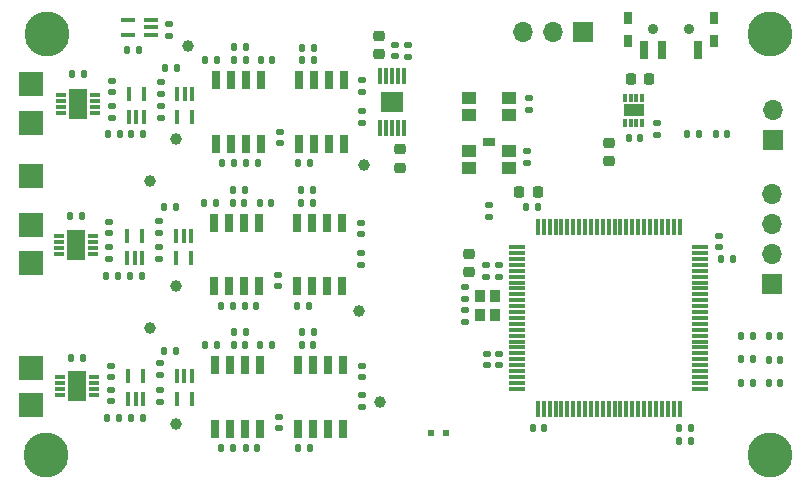
<source format=gbr>
%TF.GenerationSoftware,KiCad,Pcbnew,8.0.9-8.0.9-0~ubuntu24.04.1*%
%TF.CreationDate,2025-08-03T01:57:10-03:00*%
%TF.ProjectId,eeg,6565672e-6b69-4636-9164-5f7063625858,rev?*%
%TF.SameCoordinates,Original*%
%TF.FileFunction,Soldermask,Top*%
%TF.FilePolarity,Negative*%
%FSLAX46Y46*%
G04 Gerber Fmt 4.6, Leading zero omitted, Abs format (unit mm)*
G04 Created by KiCad (PCBNEW 8.0.9-8.0.9-0~ubuntu24.04.1) date 2025-08-03 01:57:10*
%MOMM*%
%LPD*%
G01*
G04 APERTURE LIST*
G04 Aperture macros list*
%AMRoundRect*
0 Rectangle with rounded corners*
0 $1 Rounding radius*
0 $2 $3 $4 $5 $6 $7 $8 $9 X,Y pos of 4 corners*
0 Add a 4 corners polygon primitive as box body*
4,1,4,$2,$3,$4,$5,$6,$7,$8,$9,$2,$3,0*
0 Add four circle primitives for the rounded corners*
1,1,$1+$1,$2,$3*
1,1,$1+$1,$4,$5*
1,1,$1+$1,$6,$7*
1,1,$1+$1,$8,$9*
0 Add four rect primitives between the rounded corners*
20,1,$1+$1,$2,$3,$4,$5,0*
20,1,$1+$1,$4,$5,$6,$7,0*
20,1,$1+$1,$6,$7,$8,$9,0*
20,1,$1+$1,$8,$9,$2,$3,0*%
G04 Aperture macros list end*
%ADD10RoundRect,0.225000X-0.250000X0.225000X-0.250000X-0.225000X0.250000X-0.225000X0.250000X0.225000X0*%
%ADD11R,1.200000X0.400000*%
%ADD12RoundRect,0.135000X-0.135000X-0.185000X0.135000X-0.185000X0.135000X0.185000X-0.135000X0.185000X0*%
%ADD13R,0.550000X0.600000*%
%ADD14RoundRect,0.140000X-0.140000X-0.170000X0.140000X-0.170000X0.140000X0.170000X-0.140000X0.170000X0*%
%ADD15RoundRect,0.135000X0.135000X0.185000X-0.135000X0.185000X-0.135000X-0.185000X0.135000X-0.185000X0*%
%ADD16RoundRect,0.135000X0.185000X-0.135000X0.185000X0.135000X-0.185000X0.135000X-0.185000X-0.135000X0*%
%ADD17RoundRect,0.135000X-0.185000X0.135000X-0.185000X-0.135000X0.185000X-0.135000X0.185000X0.135000X0*%
%ADD18R,2.000000X2.000000*%
%ADD19RoundRect,0.140000X-0.170000X0.140000X-0.170000X-0.140000X0.170000X-0.140000X0.170000X0.140000X0*%
%ADD20RoundRect,0.147500X0.147500X0.172500X-0.147500X0.172500X-0.147500X-0.172500X0.147500X-0.172500X0*%
%ADD21RoundRect,0.140000X0.170000X-0.140000X0.170000X0.140000X-0.170000X0.140000X-0.170000X-0.140000X0*%
%ADD22RoundRect,0.140000X0.140000X0.170000X-0.140000X0.170000X-0.140000X-0.170000X0.140000X-0.170000X0*%
%ADD23C,1.000000*%
%ADD24R,0.650000X1.500000*%
%ADD25C,0.900000*%
%ADD26R,0.700000X1.500000*%
%ADD27R,0.800000X1.000000*%
%ADD28C,3.800000*%
%ADD29R,1.700000X1.700000*%
%ADD30O,1.700000X1.700000*%
%ADD31R,1.150000X1.050000*%
%ADD32R,0.400000X1.200000*%
%ADD33RoundRect,0.225000X0.250000X-0.225000X0.250000X0.225000X-0.250000X0.225000X-0.250000X-0.225000X0*%
%ADD34RoundRect,0.225000X0.225000X0.250000X-0.225000X0.250000X-0.225000X-0.250000X0.225000X-0.250000X0*%
%ADD35R,1.475000X0.300000*%
%ADD36R,0.300000X1.475000*%
%ADD37R,0.900000X0.300000*%
%ADD38R,1.550000X2.500000*%
%ADD39R,0.900000X1.000000*%
%ADD40R,0.300000X0.700000*%
%ADD41R,1.700000X1.000000*%
%ADD42RoundRect,0.225000X-0.225000X-0.250000X0.225000X-0.250000X0.225000X0.250000X-0.225000X0.250000X0*%
%ADD43R,1.100000X0.700000*%
%ADD44R,0.300000X1.425000*%
%ADD45R,1.880000X1.680000*%
G04 APERTURE END LIST*
D10*
%TO.C,C44*%
X193421000Y-64757000D03*
X193421000Y-66307000D03*
%TD*%
D11*
%TO.C,IC4*%
X154620000Y-55626000D03*
X154620000Y-54976000D03*
X154620000Y-54326000D03*
X152720000Y-54326000D03*
X152720000Y-55626000D03*
%TD*%
D12*
%TO.C,R36*%
X167440000Y-56740000D03*
X168460000Y-56740000D03*
%TD*%
D13*
%TO.C,FB1*%
X179640000Y-89310000D03*
X178340000Y-89310000D03*
%TD*%
D14*
%TO.C,C19*%
X162725000Y-66500000D03*
X163685000Y-66500000D03*
%TD*%
D15*
%TO.C,R27*%
X148970000Y-58970000D03*
X147950000Y-58970000D03*
%TD*%
%TO.C,R15*%
X148825000Y-70945000D03*
X147805000Y-70945000D03*
%TD*%
D12*
%TO.C,R11*%
X161655000Y-80770000D03*
X162675000Y-80770000D03*
%TD*%
D16*
%TO.C,R14*%
X172470000Y-87165000D03*
X172470000Y-86145000D03*
%TD*%
D17*
%TO.C,R32*%
X155480000Y-61650000D03*
X155480000Y-62670000D03*
%TD*%
D12*
%TO.C,R24*%
X167330000Y-68775000D03*
X168350000Y-68775000D03*
%TD*%
D14*
%TO.C,C12*%
X163840000Y-69850000D03*
X164800000Y-69850000D03*
%TD*%
%TO.C,C34*%
X202940000Y-74620000D03*
X203900000Y-74620000D03*
%TD*%
D18*
%TO.C,CH2-*%
X144526000Y-71700000D03*
%TD*%
D19*
%TO.C,C39*%
X186657000Y-61005000D03*
X186657000Y-61965000D03*
%TD*%
D20*
%TO.C,L1*%
X196065000Y-64389000D03*
X195095000Y-64389000D03*
%TD*%
D21*
%TO.C,C31*%
X184115000Y-83610000D03*
X184115000Y-82650000D03*
%TD*%
D17*
%TO.C,R2*%
X156210000Y-54735000D03*
X156210000Y-55755000D03*
%TD*%
D21*
%TO.C,C24*%
X165550000Y-64800000D03*
X165550000Y-63840000D03*
%TD*%
D12*
%TO.C,R12*%
X167395000Y-80770000D03*
X168415000Y-80770000D03*
%TD*%
D14*
%TO.C,C5*%
X161655000Y-81870000D03*
X162615000Y-81870000D03*
%TD*%
D22*
%TO.C,C6*%
X168385000Y-81870000D03*
X167425000Y-81870000D03*
%TD*%
D19*
%TO.C,C18*%
X151330001Y-61680000D03*
X151330001Y-62640000D03*
%TD*%
D23*
%TO.C,TP2*%
X156800000Y-88600000D03*
%TD*%
D24*
%TO.C,U12*%
X170970000Y-59470000D03*
X169700000Y-59470000D03*
X168430000Y-59470000D03*
X167160000Y-59470000D03*
X167160000Y-64870000D03*
X168430000Y-64870000D03*
X169700000Y-64870000D03*
X170970000Y-64870000D03*
%TD*%
D25*
%TO.C,S1*%
X200180000Y-55145000D03*
X197180000Y-55145000D03*
D26*
X200930000Y-56895000D03*
X197930000Y-56895000D03*
X196430000Y-56895000D03*
D27*
X202330000Y-56110000D03*
X195030000Y-56110000D03*
X202330000Y-54180000D03*
X195030000Y-54180000D03*
%TD*%
D28*
%TO.C,H3*%
X207080000Y-55560000D03*
%TD*%
D29*
%TO.C,J4*%
X191250000Y-55400000D03*
D30*
X188710000Y-55400000D03*
X186170000Y-55400000D03*
%TD*%
D14*
%TO.C,C27*%
X199370000Y-88920000D03*
X200330000Y-88920000D03*
%TD*%
D31*
%TO.C,SW3*%
X184939000Y-62410000D03*
X184939000Y-60960000D03*
X181589000Y-62410000D03*
X181589000Y-60960000D03*
%TD*%
D12*
%TO.C,R9*%
X160600000Y-90595000D03*
X161620000Y-90595000D03*
%TD*%
D24*
%TO.C,U11*%
X160130000Y-64870000D03*
X161400000Y-64870000D03*
X162670000Y-64870000D03*
X163940000Y-64870000D03*
X163940000Y-59470000D03*
X162670000Y-59470000D03*
X161400000Y-59470000D03*
X160130000Y-59470000D03*
%TD*%
D23*
%TO.C,TP3*%
X174000000Y-86700000D03*
%TD*%
D22*
%TO.C,C22*%
X168430000Y-57780000D03*
X167470000Y-57780000D03*
%TD*%
D15*
%TO.C,R28*%
X152020000Y-64020000D03*
X151000000Y-64020000D03*
%TD*%
D28*
%TO.C,H1*%
X145810000Y-55560000D03*
%TD*%
D32*
%TO.C,U6*%
X152625000Y-74545000D03*
X153275000Y-74545000D03*
X153925000Y-74545000D03*
X153925000Y-72645000D03*
X152625000Y-72645000D03*
%TD*%
D20*
%TO.C,D3*%
X207900000Y-83110000D03*
X206930000Y-83110000D03*
%TD*%
D33*
%TO.C,C36*%
X181610000Y-75705000D03*
X181610000Y-74155000D03*
%TD*%
D34*
%TO.C,C30*%
X187375000Y-68900000D03*
X185825000Y-68900000D03*
%TD*%
D12*
%TO.C,R44*%
X200021000Y-64008000D03*
X201041000Y-64008000D03*
%TD*%
D15*
%TO.C,R17*%
X153875000Y-76070000D03*
X152855000Y-76070000D03*
%TD*%
D35*
%TO.C,IC3*%
X185657000Y-73590000D03*
X185657000Y-74090000D03*
X185657000Y-74590000D03*
X185657000Y-75090000D03*
X185657000Y-75590000D03*
X185657000Y-76090000D03*
X185657000Y-76590000D03*
X185657000Y-77090000D03*
X185657000Y-77590000D03*
X185657000Y-78090000D03*
X185657000Y-78590000D03*
X185657000Y-79090000D03*
X185657000Y-79590000D03*
X185657000Y-80090000D03*
X185657000Y-80590000D03*
X185657000Y-81090000D03*
X185657000Y-81590000D03*
X185657000Y-82090000D03*
X185657000Y-82590000D03*
X185657000Y-83090000D03*
X185657000Y-83590000D03*
X185657000Y-84090000D03*
X185657000Y-84590000D03*
X185657000Y-85090000D03*
X185657000Y-85590000D03*
D36*
X187395000Y-87328000D03*
X187895000Y-87328000D03*
X188395000Y-87328000D03*
X188895000Y-87328000D03*
X189395000Y-87328000D03*
X189895000Y-87328000D03*
X190395000Y-87328000D03*
X190895000Y-87328000D03*
X191395000Y-87328000D03*
X191895000Y-87328000D03*
X192395000Y-87328000D03*
X192895000Y-87328000D03*
X193395000Y-87328000D03*
X193895000Y-87328000D03*
X194395000Y-87328000D03*
X194895000Y-87328000D03*
X195395000Y-87328000D03*
X195895000Y-87328000D03*
X196395000Y-87328000D03*
X196895000Y-87328000D03*
X197395000Y-87328000D03*
X197895000Y-87328000D03*
X198395000Y-87328000D03*
X198895000Y-87328000D03*
X199395000Y-87328000D03*
D35*
X201133000Y-85590000D03*
X201133000Y-85090000D03*
X201133000Y-84590000D03*
X201133000Y-84090000D03*
X201133000Y-83590000D03*
X201133000Y-83090000D03*
X201133000Y-82590000D03*
X201133000Y-82090000D03*
X201133000Y-81590000D03*
X201133000Y-81090000D03*
X201133000Y-80590000D03*
X201133000Y-80090000D03*
X201133000Y-79590000D03*
X201133000Y-79090000D03*
X201133000Y-78590000D03*
X201133000Y-78090000D03*
X201133000Y-77590000D03*
X201133000Y-77090000D03*
X201133000Y-76590000D03*
X201133000Y-76090000D03*
X201133000Y-75590000D03*
X201133000Y-75090000D03*
X201133000Y-74590000D03*
X201133000Y-74090000D03*
X201133000Y-73590000D03*
D36*
X199395000Y-71852000D03*
X198895000Y-71852000D03*
X198395000Y-71852000D03*
X197895000Y-71852000D03*
X197395000Y-71852000D03*
X196895000Y-71852000D03*
X196395000Y-71852000D03*
X195895000Y-71852000D03*
X195395000Y-71852000D03*
X194895000Y-71852000D03*
X194395000Y-71852000D03*
X193895000Y-71852000D03*
X193395000Y-71852000D03*
X192895000Y-71852000D03*
X192395000Y-71852000D03*
X191895000Y-71852000D03*
X191395000Y-71852000D03*
X190895000Y-71852000D03*
X190395000Y-71852000D03*
X189895000Y-71852000D03*
X189395000Y-71852000D03*
X188895000Y-71852000D03*
X188395000Y-71852000D03*
X187895000Y-71852000D03*
X187395000Y-71852000D03*
%TD*%
D21*
%TO.C,C41*%
X175330000Y-57440000D03*
X175330000Y-56480000D03*
%TD*%
D18*
%TO.C,CH2+*%
X144526000Y-74930000D03*
%TD*%
D12*
%TO.C,R39*%
X204590000Y-81110000D03*
X205610000Y-81110000D03*
%TD*%
D16*
%TO.C,R30*%
X155480000Y-60595000D03*
X155480000Y-59575000D03*
%TD*%
D14*
%TO.C,C21*%
X161700000Y-57780000D03*
X162660000Y-57780000D03*
%TD*%
D24*
%TO.C,U8*%
X170860000Y-71525000D03*
X169590000Y-71525000D03*
X168320000Y-71525000D03*
X167050000Y-71525000D03*
X167050000Y-76925000D03*
X168320000Y-76925000D03*
X169590000Y-76925000D03*
X170860000Y-76925000D03*
%TD*%
D29*
%TO.C,J3*%
X207220000Y-76680000D03*
D30*
X207220000Y-74140000D03*
X207220000Y-71600000D03*
X207220000Y-69060000D03*
%TD*%
D17*
%TO.C,R46*%
X197490000Y-63050000D03*
X197490000Y-64070000D03*
%TD*%
D22*
%TO.C,C26*%
X187925000Y-88910000D03*
X186965000Y-88910000D03*
%TD*%
D37*
%TO.C,U5*%
X146865002Y-72645000D03*
X146865002Y-73145000D03*
X146865002Y-73645000D03*
X146865002Y-74145000D03*
X149765002Y-74145000D03*
X149765002Y-73645000D03*
X149765002Y-73145000D03*
X149765002Y-72645000D03*
D38*
X148315002Y-73395000D03*
%TD*%
D21*
%TO.C,C28*%
X202765000Y-73590000D03*
X202765000Y-72630000D03*
%TD*%
D14*
%TO.C,C20*%
X163955000Y-57780000D03*
X164915000Y-57780000D03*
%TD*%
D15*
%TO.C,R25*%
X168055000Y-78600000D03*
X167035000Y-78600000D03*
%TD*%
D21*
%TO.C,C8*%
X165515000Y-88925000D03*
X165515000Y-87965000D03*
%TD*%
%TO.C,C25*%
X183007000Y-76090000D03*
X183007000Y-75130000D03*
%TD*%
D10*
%TO.C,C40*%
X175700000Y-65325000D03*
X175700000Y-66875000D03*
%TD*%
D18*
%TO.C,CH1+*%
X144526000Y-86995000D03*
%TD*%
D15*
%TO.C,R1*%
X153672000Y-56896000D03*
X152652000Y-56896000D03*
%TD*%
D16*
%TO.C,R45*%
X176430000Y-57470000D03*
X176430000Y-56450000D03*
%TD*%
D18*
%TO.C,CH3+*%
X144526000Y-63119000D03*
%TD*%
D39*
%TO.C,Y1*%
X182521000Y-77700000D03*
X182521000Y-79350000D03*
X183747000Y-79350000D03*
X183747000Y-77700000D03*
%TD*%
D22*
%TO.C,C14*%
X168325000Y-69850000D03*
X167365000Y-69850000D03*
%TD*%
D21*
%TO.C,C32*%
X183055000Y-83610000D03*
X183055000Y-82650000D03*
%TD*%
D15*
%TO.C,R5*%
X153955000Y-88075000D03*
X152935000Y-88075000D03*
%TD*%
D21*
%TO.C,C15*%
X172405000Y-72480000D03*
X172405000Y-71520000D03*
%TD*%
D17*
%TO.C,R42*%
X183261000Y-70020000D03*
X183261000Y-71040000D03*
%TD*%
D19*
%TO.C,C10*%
X151125000Y-73615000D03*
X151125000Y-74575000D03*
%TD*%
D32*
%TO.C,U19*%
X158140000Y-60650000D03*
X157490000Y-60650000D03*
X156840000Y-60650000D03*
X156840000Y-62550000D03*
X158140000Y-62550000D03*
%TD*%
D15*
%TO.C,R16*%
X151885000Y-76070000D03*
X150865000Y-76070000D03*
%TD*%
%TO.C,R13*%
X168120000Y-90595000D03*
X167100000Y-90595000D03*
%TD*%
D16*
%TO.C,R38*%
X172515000Y-63120000D03*
X172515000Y-62100000D03*
%TD*%
D19*
%TO.C,C1*%
X151275001Y-83640000D03*
X151275001Y-84600000D03*
%TD*%
D24*
%TO.C,U4*%
X170925000Y-83595000D03*
X169655000Y-83595000D03*
X168385000Y-83595000D03*
X167115000Y-83595000D03*
X167115000Y-88995000D03*
X168385000Y-88995000D03*
X169655000Y-88995000D03*
X170925000Y-88995000D03*
%TD*%
D21*
%TO.C,C23*%
X172515000Y-60440000D03*
X172515000Y-59480000D03*
%TD*%
D12*
%TO.C,R40*%
X204590000Y-83100000D03*
X205610000Y-83100000D03*
%TD*%
D14*
%TO.C,C4*%
X163910000Y-81870000D03*
X164870000Y-81870000D03*
%TD*%
D23*
%TO.C,TP7*%
X157800000Y-56600000D03*
%TD*%
D37*
%TO.C,U1*%
X146945002Y-84631000D03*
X146945002Y-85131000D03*
X146945002Y-85631000D03*
X146945002Y-86131000D03*
X149845002Y-86131000D03*
X149845002Y-85631000D03*
X149845002Y-85131000D03*
X149845002Y-84631000D03*
D38*
X148395002Y-85381000D03*
%TD*%
D40*
%TO.C,IC1*%
X196250000Y-60960000D03*
X195750000Y-60960000D03*
X195250000Y-60960000D03*
X194750000Y-60960000D03*
X194750000Y-63060000D03*
X195250000Y-63060000D03*
X195750000Y-63060000D03*
X196250000Y-63060000D03*
D41*
X195500000Y-62010000D03*
%TD*%
D14*
%TO.C,C3*%
X162680000Y-90595000D03*
X163640000Y-90595000D03*
%TD*%
D24*
%TO.C,U3*%
X160105000Y-88995000D03*
X161375000Y-88995000D03*
X162645000Y-88995000D03*
X163915000Y-88995000D03*
X163915000Y-83595000D03*
X162645000Y-83595000D03*
X161375000Y-83595000D03*
X160105000Y-83595000D03*
%TD*%
D23*
%TO.C,TP6*%
X172300000Y-79000000D03*
%TD*%
D15*
%TO.C,R4*%
X151965000Y-88075000D03*
X150945000Y-88075000D03*
%TD*%
D21*
%TO.C,C16*%
X165437500Y-76880000D03*
X165437500Y-75920000D03*
%TD*%
D16*
%TO.C,R18*%
X155362500Y-72425000D03*
X155362500Y-71405000D03*
%TD*%
D23*
%TO.C,TP9*%
X172700000Y-66600000D03*
%TD*%
D20*
%TO.C,D1*%
X203431000Y-64032000D03*
X202461000Y-64032000D03*
%TD*%
D15*
%TO.C,R29*%
X154010000Y-64020000D03*
X152990000Y-64020000D03*
%TD*%
D32*
%TO.C,U2*%
X152705000Y-86425000D03*
X153355000Y-86425000D03*
X154005000Y-86425000D03*
X154005000Y-84525000D03*
X152705000Y-84525000D03*
%TD*%
D15*
%TO.C,R22*%
X160130000Y-69850000D03*
X159110000Y-69850000D03*
%TD*%
D12*
%TO.C,R33*%
X160645000Y-66500000D03*
X161665000Y-66500000D03*
%TD*%
D32*
%TO.C,U17*%
X158110000Y-84525000D03*
X157460000Y-84525000D03*
X156810000Y-84525000D03*
X156810000Y-86425000D03*
X158110000Y-86425000D03*
%TD*%
D18*
%TO.C,REF*%
X144526000Y-67564000D03*
%TD*%
D12*
%TO.C,R21*%
X160535000Y-78575000D03*
X161555000Y-78575000D03*
%TD*%
D42*
%TO.C,C43*%
X195245000Y-59385000D03*
X196795000Y-59385000D03*
%TD*%
D14*
%TO.C,C11*%
X162615000Y-78575000D03*
X163575000Y-78575000D03*
%TD*%
D16*
%TO.C,R43*%
X186500000Y-66510000D03*
X186500000Y-65490000D03*
%TD*%
%TO.C,R26*%
X172405000Y-75095000D03*
X172405000Y-74075000D03*
%TD*%
D14*
%TO.C,C33*%
X199370000Y-90050000D03*
X200330000Y-90050000D03*
%TD*%
D18*
%TO.C,CH1-*%
X144526000Y-83820000D03*
%TD*%
D37*
%TO.C,U9*%
X147000002Y-60700000D03*
X147000002Y-61200000D03*
X147000002Y-61700000D03*
X147000002Y-62200000D03*
X149900002Y-62200000D03*
X149900002Y-61700000D03*
X149900002Y-61200000D03*
X149900002Y-60700000D03*
D38*
X148450002Y-61450000D03*
%TD*%
D12*
%TO.C,R23*%
X161580000Y-68775000D03*
X162600000Y-68775000D03*
%TD*%
D21*
%TO.C,C35*%
X184115000Y-76090000D03*
X184115000Y-75130000D03*
%TD*%
D15*
%TO.C,R34*%
X160245000Y-57780000D03*
X159225000Y-57780000D03*
%TD*%
D24*
%TO.C,U7*%
X160015000Y-76925000D03*
X161285000Y-76925000D03*
X162555000Y-76925000D03*
X163825000Y-76925000D03*
X163825000Y-71525000D03*
X162555000Y-71525000D03*
X161285000Y-71525000D03*
X160015000Y-71525000D03*
%TD*%
D15*
%TO.C,R31*%
X156840000Y-58392500D03*
X155820000Y-58392500D03*
%TD*%
D12*
%TO.C,R41*%
X204590000Y-85090000D03*
X205610000Y-85090000D03*
%TD*%
D19*
%TO.C,C37*%
X181229000Y-76990000D03*
X181229000Y-77950000D03*
%TD*%
D15*
%TO.C,R3*%
X148915000Y-82950000D03*
X147895000Y-82950000D03*
%TD*%
D23*
%TO.C,TP4*%
X154600000Y-68000000D03*
%TD*%
%TO.C,TP1*%
X154600000Y-80400000D03*
%TD*%
D29*
%TO.C,J1*%
X207270000Y-64560000D03*
D30*
X207270000Y-62020000D03*
%TD*%
D14*
%TO.C,C13*%
X161585000Y-69850000D03*
X162545000Y-69850000D03*
%TD*%
D22*
%TO.C,C29*%
X187385000Y-70190000D03*
X186425000Y-70190000D03*
%TD*%
D23*
%TO.C,TP5*%
X156800000Y-76900000D03*
%TD*%
D21*
%TO.C,C7*%
X172470000Y-84600000D03*
X172470000Y-83640000D03*
%TD*%
D15*
%TO.C,R7*%
X156760000Y-82350000D03*
X155740000Y-82350000D03*
%TD*%
D17*
%TO.C,R8*%
X155407500Y-85660000D03*
X155407500Y-86680000D03*
%TD*%
D19*
%TO.C,C17*%
X151330001Y-59520000D03*
X151330001Y-60480000D03*
%TD*%
D12*
%TO.C,R35*%
X161695000Y-56670000D03*
X162715000Y-56670000D03*
%TD*%
D17*
%TO.C,R20*%
X155362500Y-73585000D03*
X155362500Y-74605000D03*
%TD*%
D18*
%TO.C,CH3-*%
X144500000Y-59800000D03*
%TD*%
D31*
%TO.C,SW2*%
X181568500Y-65480000D03*
X184918500Y-65480000D03*
X181568500Y-66930000D03*
X184918500Y-66930000D03*
D43*
X183243500Y-64705000D03*
%TD*%
D20*
%TO.C,D2*%
X207900000Y-81120000D03*
X206930000Y-81120000D03*
%TD*%
D15*
%TO.C,R19*%
X156770000Y-70225000D03*
X155750000Y-70225000D03*
%TD*%
D33*
%TO.C,C42*%
X173960000Y-57245000D03*
X173960000Y-55695000D03*
%TD*%
D32*
%TO.C,U18*%
X158070000Y-72645000D03*
X157420000Y-72645000D03*
X156770000Y-72645000D03*
X156770000Y-74545000D03*
X158070000Y-74545000D03*
%TD*%
D15*
%TO.C,R37*%
X168140000Y-66500000D03*
X167120000Y-66500000D03*
%TD*%
D32*
%TO.C,U10*%
X152760000Y-62550000D03*
X153410000Y-62550000D03*
X154060000Y-62550000D03*
X154060000Y-60650000D03*
X152760000Y-60650000D03*
%TD*%
D15*
%TO.C,R10*%
X160200000Y-81870000D03*
X159180000Y-81870000D03*
%TD*%
D20*
%TO.C,D4*%
X207900000Y-85100000D03*
X206930000Y-85100000D03*
%TD*%
D23*
%TO.C,TP8*%
X156800000Y-64400000D03*
%TD*%
D19*
%TO.C,C9*%
X151125000Y-71440000D03*
X151125000Y-72400000D03*
%TD*%
%TO.C,C2*%
X151275001Y-85690000D03*
X151275001Y-86650000D03*
%TD*%
D44*
%TO.C,IC2*%
X174040000Y-63492000D03*
X174540000Y-63492000D03*
X175040000Y-63492000D03*
X175540000Y-63492000D03*
X176040000Y-63492000D03*
X176040000Y-59068000D03*
X175540000Y-59068000D03*
X175040000Y-59068000D03*
X174540000Y-59068000D03*
X174040000Y-59068000D03*
D45*
X175040000Y-61280000D03*
%TD*%
D21*
%TO.C,C38*%
X181229000Y-79894000D03*
X181229000Y-78934000D03*
%TD*%
D16*
%TO.C,R6*%
X155420000Y-84425000D03*
X155420000Y-83405000D03*
%TD*%
D28*
%TO.C,H2*%
X145796000Y-91186000D03*
%TD*%
%TO.C,H4*%
X207080000Y-91186000D03*
%TD*%
M02*

</source>
